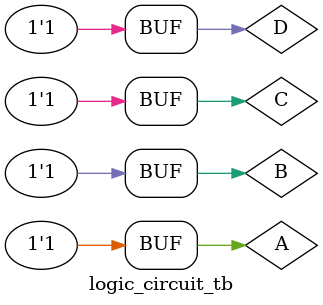
<source format=sv>
module logic_circuit_tb;
    logic A, B, C, D;
    logic Y, Z;
    logic_circuit uut (
        .A(A),
        .B(B),
        .C(C),
        .D(D),
        .Y(Y),
        .Z(Z)
    );
    initial begin
        A = 0; B = 0; C = 0; D = 0; #10;
        A = 0; B = 0; C = 0; D = 1; #10;
        A = 0; B = 0; C = 1; D = 0; #10;
        A = 0; B = 0; C = 1; D = 1; #10;
        A = 0; B = 1; C = 0; D = 0; #10;
        A = 0; B = 1; C = 0; D = 1; #10;
        A = 0; B = 1; C = 1; D = 0; #10;
        A = 0; B = 1; C = 1; D = 1; #10;
        A = 1; B = 0; C = 0; D = 0; #10;
        A = 1; B = 0; C = 0; D = 1; #10;
        A = 1; B = 0; C = 1; D = 0; #10;
        A = 1; B = 0; C = 1; D = 1; #10;
        A = 1; B = 1; C = 0; D = 0; #10;
        A = 1; B = 1; C = 0; D = 1; #10;
        A = 1; B = 1; C = 1; D = 0; #10;
        A = 1; B = 1; C = 1; D = 1; #10;
    end
endmodule

</source>
